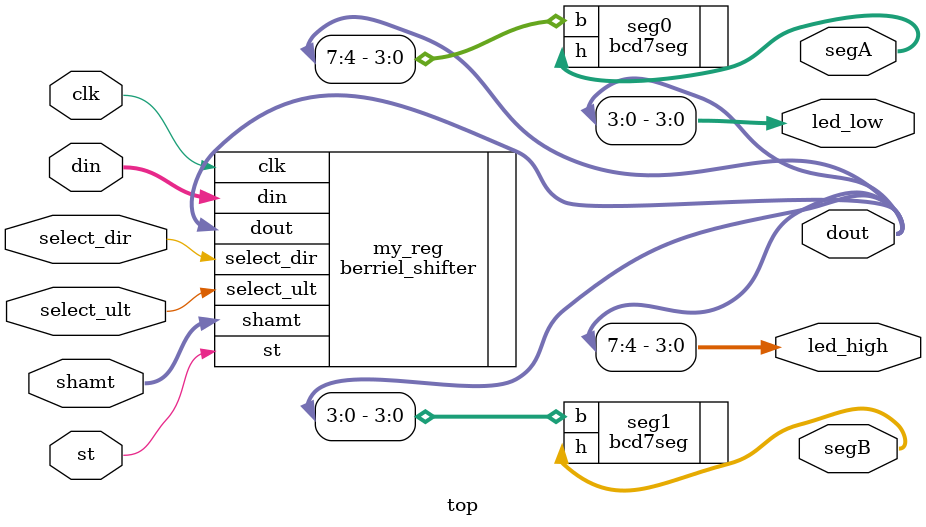
<source format=v>

module top(clk,select_dir,st,select_ult,din,dout,shamt,segA,segB,led_high,led_low);

    input clk;//BTNU
    input [7:0] din;//SW 7:0
    input st;
    input select_dir,select_ult;//SW15 14
    input [2:0] shamt;//sw 11:9
    output reg [7:0] dout;
    output reg [6:0] segA,segB;//SEG
    output reg [3:0] led_high,led_low;//LD7:4 LD3:0

    assign led_high = dout[7:4];
    assign led_low = dout[3:0];

    berriel_shifter my_reg(
        .clk(clk),
        .din(din),
        .shamt(shamt),
        .st(st),
        .select_dir(select_dir),
        .select_ult(select_ult),
        .dout(dout)
    );

    bcd7seg seg0(.b(led_high),.h(segA));
    bcd7seg seg1(.b(led_low),.h(segB));


endmodule

</source>
